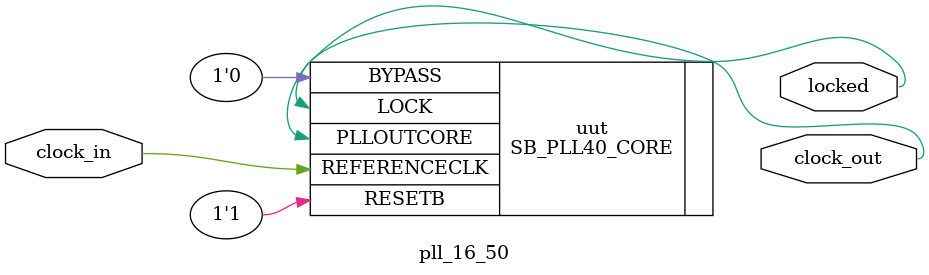
<source format=v>
/**
 * PLL configuration
 *
 * This Verilog module was generated automatically
 * using the icepll tool from the IceStorm project.
 * Use at your own risk.
 *
 * Given input frequency:        16.000 MHz
 * Requested output frequency:   50.000 MHz
 * Achieved output frequency:    50.000 MHz
 */

module pll_16_50(
	input  clock_in,
	output clock_out,
	output locked
	);

SB_PLL40_CORE #(
		.FEEDBACK_PATH("SIMPLE"),
		.DIVR(4'b0000),		// DIVR =  0
		.DIVF(7'b0110001),	// DIVF = 49
		.DIVQ(3'b100),		// DIVQ =  4
		.FILTER_RANGE(3'b001)	// FILTER_RANGE = 1
	) uut (
		.LOCK(locked),
		.RESETB(1'b1),
		.BYPASS(1'b0),
		.REFERENCECLK(clock_in),
		.PLLOUTCORE(clock_out)
		);

endmodule

</source>
